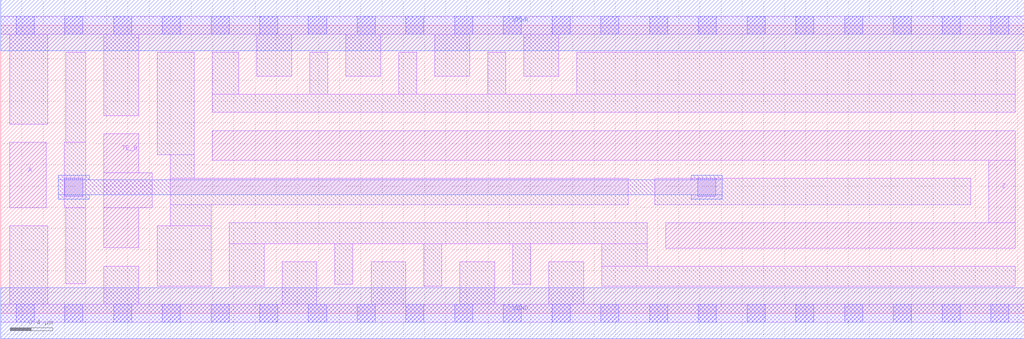
<source format=lef>
# Copyright 2020 The SkyWater PDK Authors
#
# Licensed under the Apache License, Version 2.0 (the "License");
# you may not use this file except in compliance with the License.
# You may obtain a copy of the License at
#
#     https://www.apache.org/licenses/LICENSE-2.0
#
# Unless required by applicable law or agreed to in writing, software
# distributed under the License is distributed on an "AS IS" BASIS,
# WITHOUT WARRANTIES OR CONDITIONS OF ANY KIND, either express or implied.
# See the License for the specific language governing permissions and
# limitations under the License.
#
# SPDX-License-Identifier: Apache-2.0

VERSION 5.7 ;
  NOWIREEXTENSIONATPIN ON ;
  DIVIDERCHAR "/" ;
  BUSBITCHARS "[]" ;
UNITS
  DATABASE MICRONS 200 ;
END UNITS
MACRO sky130_fd_sc_hd__ebufn_8
  CLASS CORE ;
  FOREIGN sky130_fd_sc_hd__ebufn_8 ;
  ORIGIN  0.000000  0.000000 ;
  SIZE  9.660000 BY  2.720000 ;
  SYMMETRY X Y R90 ;
  SITE unithd ;
  PIN A
    ANTENNAGATEAREA  0.495000 ;
    DIRECTION INPUT ;
    USE SIGNAL ;
    PORT
      LAYER li1 ;
        RECT 0.085000 0.995000 0.430000 1.615000 ;
    END
  END A
  PIN TE_B
    ANTENNAGATEAREA  1.375500 ;
    DIRECTION INPUT ;
    USE SIGNAL ;
    PORT
      LAYER li1 ;
        RECT 0.970000 0.620000 1.305000 0.995000 ;
        RECT 0.970000 0.995000 1.430000 1.325000 ;
        RECT 0.970000 1.325000 1.305000 1.695000 ;
    END
  END TE_B
  PIN Z
    ANTENNADIFFAREA  1.782000 ;
    DIRECTION OUTPUT ;
    USE SIGNAL ;
    PORT
      LAYER li1 ;
        RECT 1.995000 1.445000 9.575000 1.725000 ;
        RECT 6.275000 0.615000 9.575000 0.855000 ;
        RECT 9.325000 0.855000 9.575000 1.445000 ;
    END
  END Z
  PIN VGND
    DIRECTION INOUT ;
    SHAPE ABUTMENT ;
    USE GROUND ;
    PORT
      LAYER met1 ;
        RECT 0.000000 -0.240000 9.660000 0.240000 ;
    END
  END VGND
  PIN VPWR
    DIRECTION INOUT ;
    SHAPE ABUTMENT ;
    USE POWER ;
    PORT
      LAYER met1 ;
        RECT 0.000000 2.480000 9.660000 2.960000 ;
    END
  END VPWR
  OBS
    LAYER li1 ;
      RECT 0.000000 -0.085000 9.660000 0.085000 ;
      RECT 0.000000  2.635000 9.660000 2.805000 ;
      RECT 0.085000  0.085000 0.445000 0.825000 ;
      RECT 0.085000  1.785000 0.445000 2.635000 ;
      RECT 0.600000  0.995000 0.800000 1.615000 ;
      RECT 0.615000  0.280000 0.800000 0.995000 ;
      RECT 0.615000  1.615000 0.800000 2.465000 ;
      RECT 0.970000  0.085000 1.305000 0.445000 ;
      RECT 0.970000  1.865000 1.305000 2.635000 ;
      RECT 1.475000  0.255000 1.985000 0.825000 ;
      RECT 1.475000  1.495000 1.825000 2.465000 ;
      RECT 1.600000  0.825000 1.985000 1.025000 ;
      RECT 1.600000  1.025000 5.925000 1.275000 ;
      RECT 1.600000  1.275000 1.825000 1.495000 ;
      RECT 1.995000  1.895000 9.575000 2.065000 ;
      RECT 1.995000  2.065000 2.245000 2.465000 ;
      RECT 2.155000  0.255000 2.485000 0.655000 ;
      RECT 2.155000  0.655000 6.105000 0.855000 ;
      RECT 2.415000  2.235000 2.745000 2.635000 ;
      RECT 2.655000  0.085000 2.985000 0.485000 ;
      RECT 2.915000  2.065000 3.085000 2.465000 ;
      RECT 3.155000  0.275000 3.325000 0.655000 ;
      RECT 3.255000  2.235000 3.585000 2.635000 ;
      RECT 3.495000  0.085000 3.825000 0.485000 ;
      RECT 3.755000  2.065000 3.925000 2.465000 ;
      RECT 3.995000  0.255000 4.165000 0.655000 ;
      RECT 4.095000  2.235000 4.425000 2.635000 ;
      RECT 4.335000  0.085000 4.665000 0.485000 ;
      RECT 4.595000  2.065000 4.765000 2.465000 ;
      RECT 4.835000  0.275000 5.005000 0.655000 ;
      RECT 4.935000  2.235000 5.265000 2.635000 ;
      RECT 5.175000  0.085000 5.505000 0.485000 ;
      RECT 5.435000  2.065000 9.575000 2.465000 ;
      RECT 5.675000  0.255000 9.575000 0.445000 ;
      RECT 5.675000  0.445000 6.105000 0.655000 ;
      RECT 6.175000  1.025000 9.155000 1.275000 ;
    LAYER mcon ;
      RECT 0.145000 -0.085000 0.315000 0.085000 ;
      RECT 0.145000  2.635000 0.315000 2.805000 ;
      RECT 0.605000 -0.085000 0.775000 0.085000 ;
      RECT 0.605000  1.105000 0.775000 1.275000 ;
      RECT 0.605000  2.635000 0.775000 2.805000 ;
      RECT 1.065000 -0.085000 1.235000 0.085000 ;
      RECT 1.065000  2.635000 1.235000 2.805000 ;
      RECT 1.525000 -0.085000 1.695000 0.085000 ;
      RECT 1.525000  2.635000 1.695000 2.805000 ;
      RECT 1.985000 -0.085000 2.155000 0.085000 ;
      RECT 1.985000  2.635000 2.155000 2.805000 ;
      RECT 2.445000 -0.085000 2.615000 0.085000 ;
      RECT 2.445000  2.635000 2.615000 2.805000 ;
      RECT 2.905000 -0.085000 3.075000 0.085000 ;
      RECT 2.905000  2.635000 3.075000 2.805000 ;
      RECT 3.365000 -0.085000 3.535000 0.085000 ;
      RECT 3.365000  2.635000 3.535000 2.805000 ;
      RECT 3.825000 -0.085000 3.995000 0.085000 ;
      RECT 3.825000  2.635000 3.995000 2.805000 ;
      RECT 4.285000 -0.085000 4.455000 0.085000 ;
      RECT 4.285000  2.635000 4.455000 2.805000 ;
      RECT 4.745000 -0.085000 4.915000 0.085000 ;
      RECT 4.745000  2.635000 4.915000 2.805000 ;
      RECT 5.205000 -0.085000 5.375000 0.085000 ;
      RECT 5.205000  2.635000 5.375000 2.805000 ;
      RECT 5.665000 -0.085000 5.835000 0.085000 ;
      RECT 5.665000  2.635000 5.835000 2.805000 ;
      RECT 6.125000 -0.085000 6.295000 0.085000 ;
      RECT 6.125000  2.635000 6.295000 2.805000 ;
      RECT 6.580000  1.105000 6.750000 1.275000 ;
      RECT 6.585000 -0.085000 6.755000 0.085000 ;
      RECT 6.585000  2.635000 6.755000 2.805000 ;
      RECT 7.045000 -0.085000 7.215000 0.085000 ;
      RECT 7.045000  2.635000 7.215000 2.805000 ;
      RECT 7.505000 -0.085000 7.675000 0.085000 ;
      RECT 7.505000  2.635000 7.675000 2.805000 ;
      RECT 7.965000 -0.085000 8.135000 0.085000 ;
      RECT 7.965000  2.635000 8.135000 2.805000 ;
      RECT 8.425000 -0.085000 8.595000 0.085000 ;
      RECT 8.425000  2.635000 8.595000 2.805000 ;
      RECT 8.885000 -0.085000 9.055000 0.085000 ;
      RECT 8.885000  2.635000 9.055000 2.805000 ;
      RECT 9.345000 -0.085000 9.515000 0.085000 ;
      RECT 9.345000  2.635000 9.515000 2.805000 ;
    LAYER met1 ;
      RECT 0.545000 1.075000 0.835000 1.120000 ;
      RECT 0.545000 1.120000 6.810000 1.260000 ;
      RECT 0.545000 1.260000 0.835000 1.305000 ;
      RECT 6.520000 1.075000 6.810000 1.120000 ;
      RECT 6.520000 1.260000 6.810000 1.305000 ;
  END
END sky130_fd_sc_hd__ebufn_8
END LIBRARY

</source>
